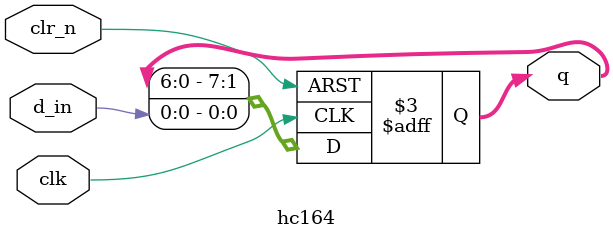
<source format=v>
module hc164 (
    input  wire       clk,    // 时钟：上升沿移位
    input  wire       clr_n,  // 异步清零，低有效
    input  wire       d_in,   // 串行输入
    output reg [7:0]  q       // 并行输出
);

    always @(posedge clk or negedge clr_n) begin
        if (!clr_n) begin
            q <= 8'b0;                   // 低有效异步清零
        end else begin
            q <= {q[6:0], d_in};         // 左移（Q0 新进，Q7 丢掉）
        end
    end

endmodule

</source>
